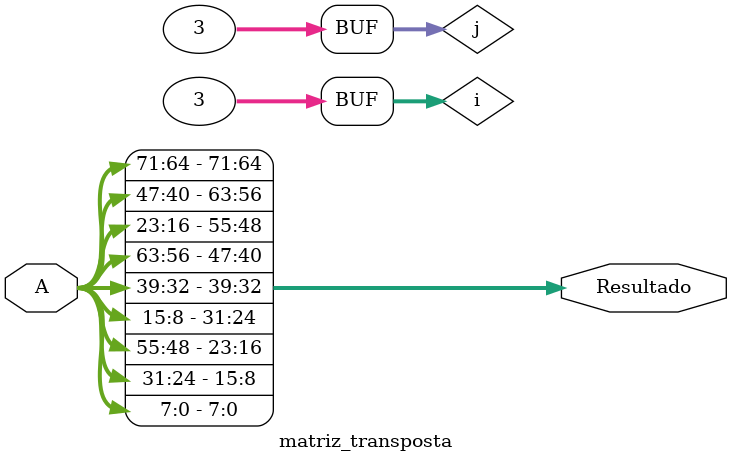
<source format=v>
module matriz_transposta #(parameter N=3, WIDTH=8)(
    input signed [(N*N*WIDTH)-1:0] A,
    output reg signed [(N*N*WIDTH)-1:0] Resultado
);

integer i, j;
always @(*) begin
    for(i=0; i<N; i=i+1) begin
        for(j=0; j<N; j=j+1) begin
            Resultado[((j*N+i)*WIDTH) +: WIDTH] = A[((i*N+j)*WIDTH) +: WIDTH];
        end
    end
end

endmodule

</source>
